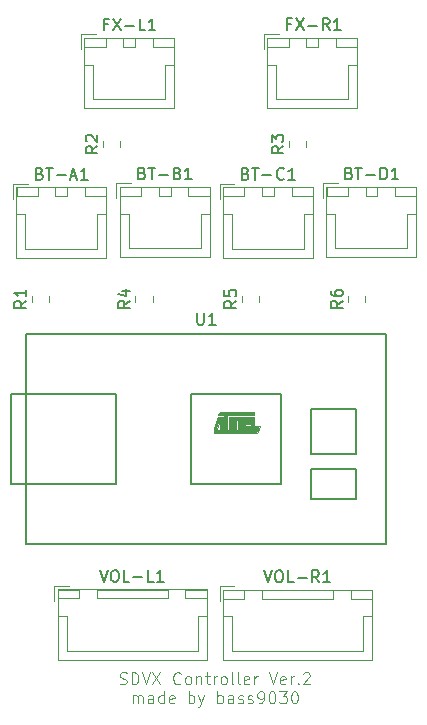
<source format=gbr>
%TF.GenerationSoftware,KiCad,Pcbnew,8.0.4*%
%TF.CreationDate,2024-08-04T23:06:54+09:00*%
%TF.ProjectId,sdvx,73647678-2e6b-4696-9361-645f70636258,rev?*%
%TF.SameCoordinates,Original*%
%TF.FileFunction,Legend,Top*%
%TF.FilePolarity,Positive*%
%FSLAX46Y46*%
G04 Gerber Fmt 4.6, Leading zero omitted, Abs format (unit mm)*
G04 Created by KiCad (PCBNEW 8.0.4) date 2024-08-04 23:06:54*
%MOMM*%
%LPD*%
G01*
G04 APERTURE LIST*
%ADD10C,0.100000*%
%ADD11C,0.150000*%
%ADD12C,0.120000*%
G04 APERTURE END LIST*
D10*
X135952379Y-120214856D02*
X136095236Y-120262475D01*
X136095236Y-120262475D02*
X136333331Y-120262475D01*
X136333331Y-120262475D02*
X136428569Y-120214856D01*
X136428569Y-120214856D02*
X136476188Y-120167236D01*
X136476188Y-120167236D02*
X136523807Y-120071998D01*
X136523807Y-120071998D02*
X136523807Y-119976760D01*
X136523807Y-119976760D02*
X136476188Y-119881522D01*
X136476188Y-119881522D02*
X136428569Y-119833903D01*
X136428569Y-119833903D02*
X136333331Y-119786284D01*
X136333331Y-119786284D02*
X136142855Y-119738665D01*
X136142855Y-119738665D02*
X136047617Y-119691046D01*
X136047617Y-119691046D02*
X135999998Y-119643427D01*
X135999998Y-119643427D02*
X135952379Y-119548189D01*
X135952379Y-119548189D02*
X135952379Y-119452951D01*
X135952379Y-119452951D02*
X135999998Y-119357713D01*
X135999998Y-119357713D02*
X136047617Y-119310094D01*
X136047617Y-119310094D02*
X136142855Y-119262475D01*
X136142855Y-119262475D02*
X136380950Y-119262475D01*
X136380950Y-119262475D02*
X136523807Y-119310094D01*
X136952379Y-120262475D02*
X136952379Y-119262475D01*
X136952379Y-119262475D02*
X137190474Y-119262475D01*
X137190474Y-119262475D02*
X137333331Y-119310094D01*
X137333331Y-119310094D02*
X137428569Y-119405332D01*
X137428569Y-119405332D02*
X137476188Y-119500570D01*
X137476188Y-119500570D02*
X137523807Y-119691046D01*
X137523807Y-119691046D02*
X137523807Y-119833903D01*
X137523807Y-119833903D02*
X137476188Y-120024379D01*
X137476188Y-120024379D02*
X137428569Y-120119617D01*
X137428569Y-120119617D02*
X137333331Y-120214856D01*
X137333331Y-120214856D02*
X137190474Y-120262475D01*
X137190474Y-120262475D02*
X136952379Y-120262475D01*
X137809522Y-119262475D02*
X138142855Y-120262475D01*
X138142855Y-120262475D02*
X138476188Y-119262475D01*
X138714284Y-119262475D02*
X139380950Y-120262475D01*
X139380950Y-119262475D02*
X138714284Y-120262475D01*
X141095236Y-120167236D02*
X141047617Y-120214856D01*
X141047617Y-120214856D02*
X140904760Y-120262475D01*
X140904760Y-120262475D02*
X140809522Y-120262475D01*
X140809522Y-120262475D02*
X140666665Y-120214856D01*
X140666665Y-120214856D02*
X140571427Y-120119617D01*
X140571427Y-120119617D02*
X140523808Y-120024379D01*
X140523808Y-120024379D02*
X140476189Y-119833903D01*
X140476189Y-119833903D02*
X140476189Y-119691046D01*
X140476189Y-119691046D02*
X140523808Y-119500570D01*
X140523808Y-119500570D02*
X140571427Y-119405332D01*
X140571427Y-119405332D02*
X140666665Y-119310094D01*
X140666665Y-119310094D02*
X140809522Y-119262475D01*
X140809522Y-119262475D02*
X140904760Y-119262475D01*
X140904760Y-119262475D02*
X141047617Y-119310094D01*
X141047617Y-119310094D02*
X141095236Y-119357713D01*
X141666665Y-120262475D02*
X141571427Y-120214856D01*
X141571427Y-120214856D02*
X141523808Y-120167236D01*
X141523808Y-120167236D02*
X141476189Y-120071998D01*
X141476189Y-120071998D02*
X141476189Y-119786284D01*
X141476189Y-119786284D02*
X141523808Y-119691046D01*
X141523808Y-119691046D02*
X141571427Y-119643427D01*
X141571427Y-119643427D02*
X141666665Y-119595808D01*
X141666665Y-119595808D02*
X141809522Y-119595808D01*
X141809522Y-119595808D02*
X141904760Y-119643427D01*
X141904760Y-119643427D02*
X141952379Y-119691046D01*
X141952379Y-119691046D02*
X141999998Y-119786284D01*
X141999998Y-119786284D02*
X141999998Y-120071998D01*
X141999998Y-120071998D02*
X141952379Y-120167236D01*
X141952379Y-120167236D02*
X141904760Y-120214856D01*
X141904760Y-120214856D02*
X141809522Y-120262475D01*
X141809522Y-120262475D02*
X141666665Y-120262475D01*
X142428570Y-119595808D02*
X142428570Y-120262475D01*
X142428570Y-119691046D02*
X142476189Y-119643427D01*
X142476189Y-119643427D02*
X142571427Y-119595808D01*
X142571427Y-119595808D02*
X142714284Y-119595808D01*
X142714284Y-119595808D02*
X142809522Y-119643427D01*
X142809522Y-119643427D02*
X142857141Y-119738665D01*
X142857141Y-119738665D02*
X142857141Y-120262475D01*
X143190475Y-119595808D02*
X143571427Y-119595808D01*
X143333332Y-119262475D02*
X143333332Y-120119617D01*
X143333332Y-120119617D02*
X143380951Y-120214856D01*
X143380951Y-120214856D02*
X143476189Y-120262475D01*
X143476189Y-120262475D02*
X143571427Y-120262475D01*
X143904761Y-120262475D02*
X143904761Y-119595808D01*
X143904761Y-119786284D02*
X143952380Y-119691046D01*
X143952380Y-119691046D02*
X143999999Y-119643427D01*
X143999999Y-119643427D02*
X144095237Y-119595808D01*
X144095237Y-119595808D02*
X144190475Y-119595808D01*
X144666666Y-120262475D02*
X144571428Y-120214856D01*
X144571428Y-120214856D02*
X144523809Y-120167236D01*
X144523809Y-120167236D02*
X144476190Y-120071998D01*
X144476190Y-120071998D02*
X144476190Y-119786284D01*
X144476190Y-119786284D02*
X144523809Y-119691046D01*
X144523809Y-119691046D02*
X144571428Y-119643427D01*
X144571428Y-119643427D02*
X144666666Y-119595808D01*
X144666666Y-119595808D02*
X144809523Y-119595808D01*
X144809523Y-119595808D02*
X144904761Y-119643427D01*
X144904761Y-119643427D02*
X144952380Y-119691046D01*
X144952380Y-119691046D02*
X144999999Y-119786284D01*
X144999999Y-119786284D02*
X144999999Y-120071998D01*
X144999999Y-120071998D02*
X144952380Y-120167236D01*
X144952380Y-120167236D02*
X144904761Y-120214856D01*
X144904761Y-120214856D02*
X144809523Y-120262475D01*
X144809523Y-120262475D02*
X144666666Y-120262475D01*
X145571428Y-120262475D02*
X145476190Y-120214856D01*
X145476190Y-120214856D02*
X145428571Y-120119617D01*
X145428571Y-120119617D02*
X145428571Y-119262475D01*
X146095238Y-120262475D02*
X146000000Y-120214856D01*
X146000000Y-120214856D02*
X145952381Y-120119617D01*
X145952381Y-120119617D02*
X145952381Y-119262475D01*
X146857143Y-120214856D02*
X146761905Y-120262475D01*
X146761905Y-120262475D02*
X146571429Y-120262475D01*
X146571429Y-120262475D02*
X146476191Y-120214856D01*
X146476191Y-120214856D02*
X146428572Y-120119617D01*
X146428572Y-120119617D02*
X146428572Y-119738665D01*
X146428572Y-119738665D02*
X146476191Y-119643427D01*
X146476191Y-119643427D02*
X146571429Y-119595808D01*
X146571429Y-119595808D02*
X146761905Y-119595808D01*
X146761905Y-119595808D02*
X146857143Y-119643427D01*
X146857143Y-119643427D02*
X146904762Y-119738665D01*
X146904762Y-119738665D02*
X146904762Y-119833903D01*
X146904762Y-119833903D02*
X146428572Y-119929141D01*
X147333334Y-120262475D02*
X147333334Y-119595808D01*
X147333334Y-119786284D02*
X147380953Y-119691046D01*
X147380953Y-119691046D02*
X147428572Y-119643427D01*
X147428572Y-119643427D02*
X147523810Y-119595808D01*
X147523810Y-119595808D02*
X147619048Y-119595808D01*
X148571430Y-119262475D02*
X148904763Y-120262475D01*
X148904763Y-120262475D02*
X149238096Y-119262475D01*
X149952382Y-120214856D02*
X149857144Y-120262475D01*
X149857144Y-120262475D02*
X149666668Y-120262475D01*
X149666668Y-120262475D02*
X149571430Y-120214856D01*
X149571430Y-120214856D02*
X149523811Y-120119617D01*
X149523811Y-120119617D02*
X149523811Y-119738665D01*
X149523811Y-119738665D02*
X149571430Y-119643427D01*
X149571430Y-119643427D02*
X149666668Y-119595808D01*
X149666668Y-119595808D02*
X149857144Y-119595808D01*
X149857144Y-119595808D02*
X149952382Y-119643427D01*
X149952382Y-119643427D02*
X150000001Y-119738665D01*
X150000001Y-119738665D02*
X150000001Y-119833903D01*
X150000001Y-119833903D02*
X149523811Y-119929141D01*
X150428573Y-120262475D02*
X150428573Y-119595808D01*
X150428573Y-119786284D02*
X150476192Y-119691046D01*
X150476192Y-119691046D02*
X150523811Y-119643427D01*
X150523811Y-119643427D02*
X150619049Y-119595808D01*
X150619049Y-119595808D02*
X150714287Y-119595808D01*
X151047621Y-120167236D02*
X151095240Y-120214856D01*
X151095240Y-120214856D02*
X151047621Y-120262475D01*
X151047621Y-120262475D02*
X151000002Y-120214856D01*
X151000002Y-120214856D02*
X151047621Y-120167236D01*
X151047621Y-120167236D02*
X151047621Y-120262475D01*
X151476192Y-119357713D02*
X151523811Y-119310094D01*
X151523811Y-119310094D02*
X151619049Y-119262475D01*
X151619049Y-119262475D02*
X151857144Y-119262475D01*
X151857144Y-119262475D02*
X151952382Y-119310094D01*
X151952382Y-119310094D02*
X152000001Y-119357713D01*
X152000001Y-119357713D02*
X152047620Y-119452951D01*
X152047620Y-119452951D02*
X152047620Y-119548189D01*
X152047620Y-119548189D02*
X152000001Y-119691046D01*
X152000001Y-119691046D02*
X151428573Y-120262475D01*
X151428573Y-120262475D02*
X152047620Y-120262475D01*
X137023809Y-121872419D02*
X137023809Y-121205752D01*
X137023809Y-121300990D02*
X137071428Y-121253371D01*
X137071428Y-121253371D02*
X137166666Y-121205752D01*
X137166666Y-121205752D02*
X137309523Y-121205752D01*
X137309523Y-121205752D02*
X137404761Y-121253371D01*
X137404761Y-121253371D02*
X137452380Y-121348609D01*
X137452380Y-121348609D02*
X137452380Y-121872419D01*
X137452380Y-121348609D02*
X137499999Y-121253371D01*
X137499999Y-121253371D02*
X137595237Y-121205752D01*
X137595237Y-121205752D02*
X137738094Y-121205752D01*
X137738094Y-121205752D02*
X137833333Y-121253371D01*
X137833333Y-121253371D02*
X137880952Y-121348609D01*
X137880952Y-121348609D02*
X137880952Y-121872419D01*
X138785713Y-121872419D02*
X138785713Y-121348609D01*
X138785713Y-121348609D02*
X138738094Y-121253371D01*
X138738094Y-121253371D02*
X138642856Y-121205752D01*
X138642856Y-121205752D02*
X138452380Y-121205752D01*
X138452380Y-121205752D02*
X138357142Y-121253371D01*
X138785713Y-121824800D02*
X138690475Y-121872419D01*
X138690475Y-121872419D02*
X138452380Y-121872419D01*
X138452380Y-121872419D02*
X138357142Y-121824800D01*
X138357142Y-121824800D02*
X138309523Y-121729561D01*
X138309523Y-121729561D02*
X138309523Y-121634323D01*
X138309523Y-121634323D02*
X138357142Y-121539085D01*
X138357142Y-121539085D02*
X138452380Y-121491466D01*
X138452380Y-121491466D02*
X138690475Y-121491466D01*
X138690475Y-121491466D02*
X138785713Y-121443847D01*
X139690475Y-121872419D02*
X139690475Y-120872419D01*
X139690475Y-121824800D02*
X139595237Y-121872419D01*
X139595237Y-121872419D02*
X139404761Y-121872419D01*
X139404761Y-121872419D02*
X139309523Y-121824800D01*
X139309523Y-121824800D02*
X139261904Y-121777180D01*
X139261904Y-121777180D02*
X139214285Y-121681942D01*
X139214285Y-121681942D02*
X139214285Y-121396228D01*
X139214285Y-121396228D02*
X139261904Y-121300990D01*
X139261904Y-121300990D02*
X139309523Y-121253371D01*
X139309523Y-121253371D02*
X139404761Y-121205752D01*
X139404761Y-121205752D02*
X139595237Y-121205752D01*
X139595237Y-121205752D02*
X139690475Y-121253371D01*
X140547618Y-121824800D02*
X140452380Y-121872419D01*
X140452380Y-121872419D02*
X140261904Y-121872419D01*
X140261904Y-121872419D02*
X140166666Y-121824800D01*
X140166666Y-121824800D02*
X140119047Y-121729561D01*
X140119047Y-121729561D02*
X140119047Y-121348609D01*
X140119047Y-121348609D02*
X140166666Y-121253371D01*
X140166666Y-121253371D02*
X140261904Y-121205752D01*
X140261904Y-121205752D02*
X140452380Y-121205752D01*
X140452380Y-121205752D02*
X140547618Y-121253371D01*
X140547618Y-121253371D02*
X140595237Y-121348609D01*
X140595237Y-121348609D02*
X140595237Y-121443847D01*
X140595237Y-121443847D02*
X140119047Y-121539085D01*
X141785714Y-121872419D02*
X141785714Y-120872419D01*
X141785714Y-121253371D02*
X141880952Y-121205752D01*
X141880952Y-121205752D02*
X142071428Y-121205752D01*
X142071428Y-121205752D02*
X142166666Y-121253371D01*
X142166666Y-121253371D02*
X142214285Y-121300990D01*
X142214285Y-121300990D02*
X142261904Y-121396228D01*
X142261904Y-121396228D02*
X142261904Y-121681942D01*
X142261904Y-121681942D02*
X142214285Y-121777180D01*
X142214285Y-121777180D02*
X142166666Y-121824800D01*
X142166666Y-121824800D02*
X142071428Y-121872419D01*
X142071428Y-121872419D02*
X141880952Y-121872419D01*
X141880952Y-121872419D02*
X141785714Y-121824800D01*
X142595238Y-121205752D02*
X142833333Y-121872419D01*
X143071428Y-121205752D02*
X142833333Y-121872419D01*
X142833333Y-121872419D02*
X142738095Y-122110514D01*
X142738095Y-122110514D02*
X142690476Y-122158133D01*
X142690476Y-122158133D02*
X142595238Y-122205752D01*
X144214286Y-121872419D02*
X144214286Y-120872419D01*
X144214286Y-121253371D02*
X144309524Y-121205752D01*
X144309524Y-121205752D02*
X144500000Y-121205752D01*
X144500000Y-121205752D02*
X144595238Y-121253371D01*
X144595238Y-121253371D02*
X144642857Y-121300990D01*
X144642857Y-121300990D02*
X144690476Y-121396228D01*
X144690476Y-121396228D02*
X144690476Y-121681942D01*
X144690476Y-121681942D02*
X144642857Y-121777180D01*
X144642857Y-121777180D02*
X144595238Y-121824800D01*
X144595238Y-121824800D02*
X144500000Y-121872419D01*
X144500000Y-121872419D02*
X144309524Y-121872419D01*
X144309524Y-121872419D02*
X144214286Y-121824800D01*
X145547619Y-121872419D02*
X145547619Y-121348609D01*
X145547619Y-121348609D02*
X145500000Y-121253371D01*
X145500000Y-121253371D02*
X145404762Y-121205752D01*
X145404762Y-121205752D02*
X145214286Y-121205752D01*
X145214286Y-121205752D02*
X145119048Y-121253371D01*
X145547619Y-121824800D02*
X145452381Y-121872419D01*
X145452381Y-121872419D02*
X145214286Y-121872419D01*
X145214286Y-121872419D02*
X145119048Y-121824800D01*
X145119048Y-121824800D02*
X145071429Y-121729561D01*
X145071429Y-121729561D02*
X145071429Y-121634323D01*
X145071429Y-121634323D02*
X145119048Y-121539085D01*
X145119048Y-121539085D02*
X145214286Y-121491466D01*
X145214286Y-121491466D02*
X145452381Y-121491466D01*
X145452381Y-121491466D02*
X145547619Y-121443847D01*
X145976191Y-121824800D02*
X146071429Y-121872419D01*
X146071429Y-121872419D02*
X146261905Y-121872419D01*
X146261905Y-121872419D02*
X146357143Y-121824800D01*
X146357143Y-121824800D02*
X146404762Y-121729561D01*
X146404762Y-121729561D02*
X146404762Y-121681942D01*
X146404762Y-121681942D02*
X146357143Y-121586704D01*
X146357143Y-121586704D02*
X146261905Y-121539085D01*
X146261905Y-121539085D02*
X146119048Y-121539085D01*
X146119048Y-121539085D02*
X146023810Y-121491466D01*
X146023810Y-121491466D02*
X145976191Y-121396228D01*
X145976191Y-121396228D02*
X145976191Y-121348609D01*
X145976191Y-121348609D02*
X146023810Y-121253371D01*
X146023810Y-121253371D02*
X146119048Y-121205752D01*
X146119048Y-121205752D02*
X146261905Y-121205752D01*
X146261905Y-121205752D02*
X146357143Y-121253371D01*
X146785715Y-121824800D02*
X146880953Y-121872419D01*
X146880953Y-121872419D02*
X147071429Y-121872419D01*
X147071429Y-121872419D02*
X147166667Y-121824800D01*
X147166667Y-121824800D02*
X147214286Y-121729561D01*
X147214286Y-121729561D02*
X147214286Y-121681942D01*
X147214286Y-121681942D02*
X147166667Y-121586704D01*
X147166667Y-121586704D02*
X147071429Y-121539085D01*
X147071429Y-121539085D02*
X146928572Y-121539085D01*
X146928572Y-121539085D02*
X146833334Y-121491466D01*
X146833334Y-121491466D02*
X146785715Y-121396228D01*
X146785715Y-121396228D02*
X146785715Y-121348609D01*
X146785715Y-121348609D02*
X146833334Y-121253371D01*
X146833334Y-121253371D02*
X146928572Y-121205752D01*
X146928572Y-121205752D02*
X147071429Y-121205752D01*
X147071429Y-121205752D02*
X147166667Y-121253371D01*
X147690477Y-121872419D02*
X147880953Y-121872419D01*
X147880953Y-121872419D02*
X147976191Y-121824800D01*
X147976191Y-121824800D02*
X148023810Y-121777180D01*
X148023810Y-121777180D02*
X148119048Y-121634323D01*
X148119048Y-121634323D02*
X148166667Y-121443847D01*
X148166667Y-121443847D02*
X148166667Y-121062895D01*
X148166667Y-121062895D02*
X148119048Y-120967657D01*
X148119048Y-120967657D02*
X148071429Y-120920038D01*
X148071429Y-120920038D02*
X147976191Y-120872419D01*
X147976191Y-120872419D02*
X147785715Y-120872419D01*
X147785715Y-120872419D02*
X147690477Y-120920038D01*
X147690477Y-120920038D02*
X147642858Y-120967657D01*
X147642858Y-120967657D02*
X147595239Y-121062895D01*
X147595239Y-121062895D02*
X147595239Y-121300990D01*
X147595239Y-121300990D02*
X147642858Y-121396228D01*
X147642858Y-121396228D02*
X147690477Y-121443847D01*
X147690477Y-121443847D02*
X147785715Y-121491466D01*
X147785715Y-121491466D02*
X147976191Y-121491466D01*
X147976191Y-121491466D02*
X148071429Y-121443847D01*
X148071429Y-121443847D02*
X148119048Y-121396228D01*
X148119048Y-121396228D02*
X148166667Y-121300990D01*
X148785715Y-120872419D02*
X148880953Y-120872419D01*
X148880953Y-120872419D02*
X148976191Y-120920038D01*
X148976191Y-120920038D02*
X149023810Y-120967657D01*
X149023810Y-120967657D02*
X149071429Y-121062895D01*
X149071429Y-121062895D02*
X149119048Y-121253371D01*
X149119048Y-121253371D02*
X149119048Y-121491466D01*
X149119048Y-121491466D02*
X149071429Y-121681942D01*
X149071429Y-121681942D02*
X149023810Y-121777180D01*
X149023810Y-121777180D02*
X148976191Y-121824800D01*
X148976191Y-121824800D02*
X148880953Y-121872419D01*
X148880953Y-121872419D02*
X148785715Y-121872419D01*
X148785715Y-121872419D02*
X148690477Y-121824800D01*
X148690477Y-121824800D02*
X148642858Y-121777180D01*
X148642858Y-121777180D02*
X148595239Y-121681942D01*
X148595239Y-121681942D02*
X148547620Y-121491466D01*
X148547620Y-121491466D02*
X148547620Y-121253371D01*
X148547620Y-121253371D02*
X148595239Y-121062895D01*
X148595239Y-121062895D02*
X148642858Y-120967657D01*
X148642858Y-120967657D02*
X148690477Y-120920038D01*
X148690477Y-120920038D02*
X148785715Y-120872419D01*
X149452382Y-120872419D02*
X150071429Y-120872419D01*
X150071429Y-120872419D02*
X149738096Y-121253371D01*
X149738096Y-121253371D02*
X149880953Y-121253371D01*
X149880953Y-121253371D02*
X149976191Y-121300990D01*
X149976191Y-121300990D02*
X150023810Y-121348609D01*
X150023810Y-121348609D02*
X150071429Y-121443847D01*
X150071429Y-121443847D02*
X150071429Y-121681942D01*
X150071429Y-121681942D02*
X150023810Y-121777180D01*
X150023810Y-121777180D02*
X149976191Y-121824800D01*
X149976191Y-121824800D02*
X149880953Y-121872419D01*
X149880953Y-121872419D02*
X149595239Y-121872419D01*
X149595239Y-121872419D02*
X149500001Y-121824800D01*
X149500001Y-121824800D02*
X149452382Y-121777180D01*
X150690477Y-120872419D02*
X150785715Y-120872419D01*
X150785715Y-120872419D02*
X150880953Y-120920038D01*
X150880953Y-120920038D02*
X150928572Y-120967657D01*
X150928572Y-120967657D02*
X150976191Y-121062895D01*
X150976191Y-121062895D02*
X151023810Y-121253371D01*
X151023810Y-121253371D02*
X151023810Y-121491466D01*
X151023810Y-121491466D02*
X150976191Y-121681942D01*
X150976191Y-121681942D02*
X150928572Y-121777180D01*
X150928572Y-121777180D02*
X150880953Y-121824800D01*
X150880953Y-121824800D02*
X150785715Y-121872419D01*
X150785715Y-121872419D02*
X150690477Y-121872419D01*
X150690477Y-121872419D02*
X150595239Y-121824800D01*
X150595239Y-121824800D02*
X150547620Y-121777180D01*
X150547620Y-121777180D02*
X150500001Y-121681942D01*
X150500001Y-121681942D02*
X150452382Y-121491466D01*
X150452382Y-121491466D02*
X150452382Y-121253371D01*
X150452382Y-121253371D02*
X150500001Y-121062895D01*
X150500001Y-121062895D02*
X150547620Y-120967657D01*
X150547620Y-120967657D02*
X150595239Y-120920038D01*
X150595239Y-120920038D02*
X150690477Y-120872419D01*
D11*
X149804819Y-74691666D02*
X149328628Y-75024999D01*
X149804819Y-75263094D02*
X148804819Y-75263094D01*
X148804819Y-75263094D02*
X148804819Y-74882142D01*
X148804819Y-74882142D02*
X148852438Y-74786904D01*
X148852438Y-74786904D02*
X148900057Y-74739285D01*
X148900057Y-74739285D02*
X148995295Y-74691666D01*
X148995295Y-74691666D02*
X149138152Y-74691666D01*
X149138152Y-74691666D02*
X149233390Y-74739285D01*
X149233390Y-74739285D02*
X149281009Y-74786904D01*
X149281009Y-74786904D02*
X149328628Y-74882142D01*
X149328628Y-74882142D02*
X149328628Y-75263094D01*
X148804819Y-74358332D02*
X148804819Y-73739285D01*
X148804819Y-73739285D02*
X149185771Y-74072618D01*
X149185771Y-74072618D02*
X149185771Y-73929761D01*
X149185771Y-73929761D02*
X149233390Y-73834523D01*
X149233390Y-73834523D02*
X149281009Y-73786904D01*
X149281009Y-73786904D02*
X149376247Y-73739285D01*
X149376247Y-73739285D02*
X149614342Y-73739285D01*
X149614342Y-73739285D02*
X149709580Y-73786904D01*
X149709580Y-73786904D02*
X149757200Y-73834523D01*
X149757200Y-73834523D02*
X149804819Y-73929761D01*
X149804819Y-73929761D02*
X149804819Y-74215475D01*
X149804819Y-74215475D02*
X149757200Y-74310713D01*
X149757200Y-74310713D02*
X149709580Y-74358332D01*
X150421428Y-64356009D02*
X150088095Y-64356009D01*
X150088095Y-64879819D02*
X150088095Y-63879819D01*
X150088095Y-63879819D02*
X150564285Y-63879819D01*
X150850000Y-63879819D02*
X151516666Y-64879819D01*
X151516666Y-63879819D02*
X150850000Y-64879819D01*
X151897619Y-64498866D02*
X152659524Y-64498866D01*
X153707142Y-64879819D02*
X153373809Y-64403628D01*
X153135714Y-64879819D02*
X153135714Y-63879819D01*
X153135714Y-63879819D02*
X153516666Y-63879819D01*
X153516666Y-63879819D02*
X153611904Y-63927438D01*
X153611904Y-63927438D02*
X153659523Y-63975057D01*
X153659523Y-63975057D02*
X153707142Y-64070295D01*
X153707142Y-64070295D02*
X153707142Y-64213152D01*
X153707142Y-64213152D02*
X153659523Y-64308390D01*
X153659523Y-64308390D02*
X153611904Y-64356009D01*
X153611904Y-64356009D02*
X153516666Y-64403628D01*
X153516666Y-64403628D02*
X153135714Y-64403628D01*
X154659523Y-64879819D02*
X154088095Y-64879819D01*
X154373809Y-64879819D02*
X154373809Y-63879819D01*
X154373809Y-63879819D02*
X154278571Y-64022676D01*
X154278571Y-64022676D02*
X154183333Y-64117914D01*
X154183333Y-64117914D02*
X154088095Y-64165533D01*
X154804819Y-87811666D02*
X154328628Y-88144999D01*
X154804819Y-88383094D02*
X153804819Y-88383094D01*
X153804819Y-88383094D02*
X153804819Y-88002142D01*
X153804819Y-88002142D02*
X153852438Y-87906904D01*
X153852438Y-87906904D02*
X153900057Y-87859285D01*
X153900057Y-87859285D02*
X153995295Y-87811666D01*
X153995295Y-87811666D02*
X154138152Y-87811666D01*
X154138152Y-87811666D02*
X154233390Y-87859285D01*
X154233390Y-87859285D02*
X154281009Y-87906904D01*
X154281009Y-87906904D02*
X154328628Y-88002142D01*
X154328628Y-88002142D02*
X154328628Y-88383094D01*
X153804819Y-86954523D02*
X153804819Y-87144999D01*
X153804819Y-87144999D02*
X153852438Y-87240237D01*
X153852438Y-87240237D02*
X153900057Y-87287856D01*
X153900057Y-87287856D02*
X154042914Y-87383094D01*
X154042914Y-87383094D02*
X154233390Y-87430713D01*
X154233390Y-87430713D02*
X154614342Y-87430713D01*
X154614342Y-87430713D02*
X154709580Y-87383094D01*
X154709580Y-87383094D02*
X154757200Y-87335475D01*
X154757200Y-87335475D02*
X154804819Y-87240237D01*
X154804819Y-87240237D02*
X154804819Y-87049761D01*
X154804819Y-87049761D02*
X154757200Y-86954523D01*
X154757200Y-86954523D02*
X154709580Y-86906904D01*
X154709580Y-86906904D02*
X154614342Y-86859285D01*
X154614342Y-86859285D02*
X154376247Y-86859285D01*
X154376247Y-86859285D02*
X154281009Y-86906904D01*
X154281009Y-86906904D02*
X154233390Y-86954523D01*
X154233390Y-86954523D02*
X154185771Y-87049761D01*
X154185771Y-87049761D02*
X154185771Y-87240237D01*
X154185771Y-87240237D02*
X154233390Y-87335475D01*
X154233390Y-87335475D02*
X154281009Y-87383094D01*
X154281009Y-87383094D02*
X154376247Y-87430713D01*
X134054819Y-74691666D02*
X133578628Y-75024999D01*
X134054819Y-75263094D02*
X133054819Y-75263094D01*
X133054819Y-75263094D02*
X133054819Y-74882142D01*
X133054819Y-74882142D02*
X133102438Y-74786904D01*
X133102438Y-74786904D02*
X133150057Y-74739285D01*
X133150057Y-74739285D02*
X133245295Y-74691666D01*
X133245295Y-74691666D02*
X133388152Y-74691666D01*
X133388152Y-74691666D02*
X133483390Y-74739285D01*
X133483390Y-74739285D02*
X133531009Y-74786904D01*
X133531009Y-74786904D02*
X133578628Y-74882142D01*
X133578628Y-74882142D02*
X133578628Y-75263094D01*
X133150057Y-74310713D02*
X133102438Y-74263094D01*
X133102438Y-74263094D02*
X133054819Y-74167856D01*
X133054819Y-74167856D02*
X133054819Y-73929761D01*
X133054819Y-73929761D02*
X133102438Y-73834523D01*
X133102438Y-73834523D02*
X133150057Y-73786904D01*
X133150057Y-73786904D02*
X133245295Y-73739285D01*
X133245295Y-73739285D02*
X133340533Y-73739285D01*
X133340533Y-73739285D02*
X133483390Y-73786904D01*
X133483390Y-73786904D02*
X134054819Y-74358332D01*
X134054819Y-74358332D02*
X134054819Y-73739285D01*
X134916666Y-64381009D02*
X134583333Y-64381009D01*
X134583333Y-64904819D02*
X134583333Y-63904819D01*
X134583333Y-63904819D02*
X135059523Y-63904819D01*
X135345238Y-63904819D02*
X136011904Y-64904819D01*
X136011904Y-63904819D02*
X135345238Y-64904819D01*
X136392857Y-64523866D02*
X137154762Y-64523866D01*
X138107142Y-64904819D02*
X137630952Y-64904819D01*
X137630952Y-64904819D02*
X137630952Y-63904819D01*
X138964285Y-64904819D02*
X138392857Y-64904819D01*
X138678571Y-64904819D02*
X138678571Y-63904819D01*
X138678571Y-63904819D02*
X138583333Y-64047676D01*
X138583333Y-64047676D02*
X138488095Y-64142914D01*
X138488095Y-64142914D02*
X138392857Y-64190533D01*
X128024819Y-87811666D02*
X127548628Y-88144999D01*
X128024819Y-88383094D02*
X127024819Y-88383094D01*
X127024819Y-88383094D02*
X127024819Y-88002142D01*
X127024819Y-88002142D02*
X127072438Y-87906904D01*
X127072438Y-87906904D02*
X127120057Y-87859285D01*
X127120057Y-87859285D02*
X127215295Y-87811666D01*
X127215295Y-87811666D02*
X127358152Y-87811666D01*
X127358152Y-87811666D02*
X127453390Y-87859285D01*
X127453390Y-87859285D02*
X127501009Y-87906904D01*
X127501009Y-87906904D02*
X127548628Y-88002142D01*
X127548628Y-88002142D02*
X127548628Y-88383094D01*
X128024819Y-86859285D02*
X128024819Y-87430713D01*
X128024819Y-87144999D02*
X127024819Y-87144999D01*
X127024819Y-87144999D02*
X127167676Y-87240237D01*
X127167676Y-87240237D02*
X127262914Y-87335475D01*
X127262914Y-87335475D02*
X127310533Y-87430713D01*
X136804819Y-87811666D02*
X136328628Y-88144999D01*
X136804819Y-88383094D02*
X135804819Y-88383094D01*
X135804819Y-88383094D02*
X135804819Y-88002142D01*
X135804819Y-88002142D02*
X135852438Y-87906904D01*
X135852438Y-87906904D02*
X135900057Y-87859285D01*
X135900057Y-87859285D02*
X135995295Y-87811666D01*
X135995295Y-87811666D02*
X136138152Y-87811666D01*
X136138152Y-87811666D02*
X136233390Y-87859285D01*
X136233390Y-87859285D02*
X136281009Y-87906904D01*
X136281009Y-87906904D02*
X136328628Y-88002142D01*
X136328628Y-88002142D02*
X136328628Y-88383094D01*
X136138152Y-86954523D02*
X136804819Y-86954523D01*
X135757200Y-87192618D02*
X136471485Y-87430713D01*
X136471485Y-87430713D02*
X136471485Y-86811666D01*
X148142857Y-110629819D02*
X148476190Y-111629819D01*
X148476190Y-111629819D02*
X148809523Y-110629819D01*
X149333333Y-110629819D02*
X149523809Y-110629819D01*
X149523809Y-110629819D02*
X149619047Y-110677438D01*
X149619047Y-110677438D02*
X149714285Y-110772676D01*
X149714285Y-110772676D02*
X149761904Y-110963152D01*
X149761904Y-110963152D02*
X149761904Y-111296485D01*
X149761904Y-111296485D02*
X149714285Y-111486961D01*
X149714285Y-111486961D02*
X149619047Y-111582200D01*
X149619047Y-111582200D02*
X149523809Y-111629819D01*
X149523809Y-111629819D02*
X149333333Y-111629819D01*
X149333333Y-111629819D02*
X149238095Y-111582200D01*
X149238095Y-111582200D02*
X149142857Y-111486961D01*
X149142857Y-111486961D02*
X149095238Y-111296485D01*
X149095238Y-111296485D02*
X149095238Y-110963152D01*
X149095238Y-110963152D02*
X149142857Y-110772676D01*
X149142857Y-110772676D02*
X149238095Y-110677438D01*
X149238095Y-110677438D02*
X149333333Y-110629819D01*
X150666666Y-111629819D02*
X150190476Y-111629819D01*
X150190476Y-111629819D02*
X150190476Y-110629819D01*
X151000000Y-111248866D02*
X151761905Y-111248866D01*
X152809523Y-111629819D02*
X152476190Y-111153628D01*
X152238095Y-111629819D02*
X152238095Y-110629819D01*
X152238095Y-110629819D02*
X152619047Y-110629819D01*
X152619047Y-110629819D02*
X152714285Y-110677438D01*
X152714285Y-110677438D02*
X152761904Y-110725057D01*
X152761904Y-110725057D02*
X152809523Y-110820295D01*
X152809523Y-110820295D02*
X152809523Y-110963152D01*
X152809523Y-110963152D02*
X152761904Y-111058390D01*
X152761904Y-111058390D02*
X152714285Y-111106009D01*
X152714285Y-111106009D02*
X152619047Y-111153628D01*
X152619047Y-111153628D02*
X152238095Y-111153628D01*
X153761904Y-111629819D02*
X153190476Y-111629819D01*
X153476190Y-111629819D02*
X153476190Y-110629819D01*
X153476190Y-110629819D02*
X153380952Y-110772676D01*
X153380952Y-110772676D02*
X153285714Y-110867914D01*
X153285714Y-110867914D02*
X153190476Y-110915533D01*
X146595238Y-77026009D02*
X146738095Y-77073628D01*
X146738095Y-77073628D02*
X146785714Y-77121247D01*
X146785714Y-77121247D02*
X146833333Y-77216485D01*
X146833333Y-77216485D02*
X146833333Y-77359342D01*
X146833333Y-77359342D02*
X146785714Y-77454580D01*
X146785714Y-77454580D02*
X146738095Y-77502200D01*
X146738095Y-77502200D02*
X146642857Y-77549819D01*
X146642857Y-77549819D02*
X146261905Y-77549819D01*
X146261905Y-77549819D02*
X146261905Y-76549819D01*
X146261905Y-76549819D02*
X146595238Y-76549819D01*
X146595238Y-76549819D02*
X146690476Y-76597438D01*
X146690476Y-76597438D02*
X146738095Y-76645057D01*
X146738095Y-76645057D02*
X146785714Y-76740295D01*
X146785714Y-76740295D02*
X146785714Y-76835533D01*
X146785714Y-76835533D02*
X146738095Y-76930771D01*
X146738095Y-76930771D02*
X146690476Y-76978390D01*
X146690476Y-76978390D02*
X146595238Y-77026009D01*
X146595238Y-77026009D02*
X146261905Y-77026009D01*
X147119048Y-76549819D02*
X147690476Y-76549819D01*
X147404762Y-77549819D02*
X147404762Y-76549819D01*
X148023810Y-77168866D02*
X148785715Y-77168866D01*
X149833333Y-77454580D02*
X149785714Y-77502200D01*
X149785714Y-77502200D02*
X149642857Y-77549819D01*
X149642857Y-77549819D02*
X149547619Y-77549819D01*
X149547619Y-77549819D02*
X149404762Y-77502200D01*
X149404762Y-77502200D02*
X149309524Y-77406961D01*
X149309524Y-77406961D02*
X149261905Y-77311723D01*
X149261905Y-77311723D02*
X149214286Y-77121247D01*
X149214286Y-77121247D02*
X149214286Y-76978390D01*
X149214286Y-76978390D02*
X149261905Y-76787914D01*
X149261905Y-76787914D02*
X149309524Y-76692676D01*
X149309524Y-76692676D02*
X149404762Y-76597438D01*
X149404762Y-76597438D02*
X149547619Y-76549819D01*
X149547619Y-76549819D02*
X149642857Y-76549819D01*
X149642857Y-76549819D02*
X149785714Y-76597438D01*
X149785714Y-76597438D02*
X149833333Y-76645057D01*
X150785714Y-77549819D02*
X150214286Y-77549819D01*
X150500000Y-77549819D02*
X150500000Y-76549819D01*
X150500000Y-76549819D02*
X150404762Y-76692676D01*
X150404762Y-76692676D02*
X150309524Y-76787914D01*
X150309524Y-76787914D02*
X150214286Y-76835533D01*
X129166666Y-77026009D02*
X129309523Y-77073628D01*
X129309523Y-77073628D02*
X129357142Y-77121247D01*
X129357142Y-77121247D02*
X129404761Y-77216485D01*
X129404761Y-77216485D02*
X129404761Y-77359342D01*
X129404761Y-77359342D02*
X129357142Y-77454580D01*
X129357142Y-77454580D02*
X129309523Y-77502200D01*
X129309523Y-77502200D02*
X129214285Y-77549819D01*
X129214285Y-77549819D02*
X128833333Y-77549819D01*
X128833333Y-77549819D02*
X128833333Y-76549819D01*
X128833333Y-76549819D02*
X129166666Y-76549819D01*
X129166666Y-76549819D02*
X129261904Y-76597438D01*
X129261904Y-76597438D02*
X129309523Y-76645057D01*
X129309523Y-76645057D02*
X129357142Y-76740295D01*
X129357142Y-76740295D02*
X129357142Y-76835533D01*
X129357142Y-76835533D02*
X129309523Y-76930771D01*
X129309523Y-76930771D02*
X129261904Y-76978390D01*
X129261904Y-76978390D02*
X129166666Y-77026009D01*
X129166666Y-77026009D02*
X128833333Y-77026009D01*
X129690476Y-76549819D02*
X130261904Y-76549819D01*
X129976190Y-77549819D02*
X129976190Y-76549819D01*
X130595238Y-77168866D02*
X131357143Y-77168866D01*
X131785714Y-77264104D02*
X132261904Y-77264104D01*
X131690476Y-77549819D02*
X132023809Y-76549819D01*
X132023809Y-76549819D02*
X132357142Y-77549819D01*
X133214285Y-77549819D02*
X132642857Y-77549819D01*
X132928571Y-77549819D02*
X132928571Y-76549819D01*
X132928571Y-76549819D02*
X132833333Y-76692676D01*
X132833333Y-76692676D02*
X132738095Y-76787914D01*
X132738095Y-76787914D02*
X132642857Y-76835533D01*
X137845238Y-77001009D02*
X137988095Y-77048628D01*
X137988095Y-77048628D02*
X138035714Y-77096247D01*
X138035714Y-77096247D02*
X138083333Y-77191485D01*
X138083333Y-77191485D02*
X138083333Y-77334342D01*
X138083333Y-77334342D02*
X138035714Y-77429580D01*
X138035714Y-77429580D02*
X137988095Y-77477200D01*
X137988095Y-77477200D02*
X137892857Y-77524819D01*
X137892857Y-77524819D02*
X137511905Y-77524819D01*
X137511905Y-77524819D02*
X137511905Y-76524819D01*
X137511905Y-76524819D02*
X137845238Y-76524819D01*
X137845238Y-76524819D02*
X137940476Y-76572438D01*
X137940476Y-76572438D02*
X137988095Y-76620057D01*
X137988095Y-76620057D02*
X138035714Y-76715295D01*
X138035714Y-76715295D02*
X138035714Y-76810533D01*
X138035714Y-76810533D02*
X137988095Y-76905771D01*
X137988095Y-76905771D02*
X137940476Y-76953390D01*
X137940476Y-76953390D02*
X137845238Y-77001009D01*
X137845238Y-77001009D02*
X137511905Y-77001009D01*
X138369048Y-76524819D02*
X138940476Y-76524819D01*
X138654762Y-77524819D02*
X138654762Y-76524819D01*
X139273810Y-77143866D02*
X140035715Y-77143866D01*
X140845238Y-77001009D02*
X140988095Y-77048628D01*
X140988095Y-77048628D02*
X141035714Y-77096247D01*
X141035714Y-77096247D02*
X141083333Y-77191485D01*
X141083333Y-77191485D02*
X141083333Y-77334342D01*
X141083333Y-77334342D02*
X141035714Y-77429580D01*
X141035714Y-77429580D02*
X140988095Y-77477200D01*
X140988095Y-77477200D02*
X140892857Y-77524819D01*
X140892857Y-77524819D02*
X140511905Y-77524819D01*
X140511905Y-77524819D02*
X140511905Y-76524819D01*
X140511905Y-76524819D02*
X140845238Y-76524819D01*
X140845238Y-76524819D02*
X140940476Y-76572438D01*
X140940476Y-76572438D02*
X140988095Y-76620057D01*
X140988095Y-76620057D02*
X141035714Y-76715295D01*
X141035714Y-76715295D02*
X141035714Y-76810533D01*
X141035714Y-76810533D02*
X140988095Y-76905771D01*
X140988095Y-76905771D02*
X140940476Y-76953390D01*
X140940476Y-76953390D02*
X140845238Y-77001009D01*
X140845238Y-77001009D02*
X140511905Y-77001009D01*
X142035714Y-77524819D02*
X141464286Y-77524819D01*
X141750000Y-77524819D02*
X141750000Y-76524819D01*
X141750000Y-76524819D02*
X141654762Y-76667676D01*
X141654762Y-76667676D02*
X141559524Y-76762914D01*
X141559524Y-76762914D02*
X141464286Y-76810533D01*
X155345238Y-77001009D02*
X155488095Y-77048628D01*
X155488095Y-77048628D02*
X155535714Y-77096247D01*
X155535714Y-77096247D02*
X155583333Y-77191485D01*
X155583333Y-77191485D02*
X155583333Y-77334342D01*
X155583333Y-77334342D02*
X155535714Y-77429580D01*
X155535714Y-77429580D02*
X155488095Y-77477200D01*
X155488095Y-77477200D02*
X155392857Y-77524819D01*
X155392857Y-77524819D02*
X155011905Y-77524819D01*
X155011905Y-77524819D02*
X155011905Y-76524819D01*
X155011905Y-76524819D02*
X155345238Y-76524819D01*
X155345238Y-76524819D02*
X155440476Y-76572438D01*
X155440476Y-76572438D02*
X155488095Y-76620057D01*
X155488095Y-76620057D02*
X155535714Y-76715295D01*
X155535714Y-76715295D02*
X155535714Y-76810533D01*
X155535714Y-76810533D02*
X155488095Y-76905771D01*
X155488095Y-76905771D02*
X155440476Y-76953390D01*
X155440476Y-76953390D02*
X155345238Y-77001009D01*
X155345238Y-77001009D02*
X155011905Y-77001009D01*
X155869048Y-76524819D02*
X156440476Y-76524819D01*
X156154762Y-77524819D02*
X156154762Y-76524819D01*
X156773810Y-77143866D02*
X157535715Y-77143866D01*
X158011905Y-77524819D02*
X158011905Y-76524819D01*
X158011905Y-76524819D02*
X158250000Y-76524819D01*
X158250000Y-76524819D02*
X158392857Y-76572438D01*
X158392857Y-76572438D02*
X158488095Y-76667676D01*
X158488095Y-76667676D02*
X158535714Y-76762914D01*
X158535714Y-76762914D02*
X158583333Y-76953390D01*
X158583333Y-76953390D02*
X158583333Y-77096247D01*
X158583333Y-77096247D02*
X158535714Y-77286723D01*
X158535714Y-77286723D02*
X158488095Y-77381961D01*
X158488095Y-77381961D02*
X158392857Y-77477200D01*
X158392857Y-77477200D02*
X158250000Y-77524819D01*
X158250000Y-77524819D02*
X158011905Y-77524819D01*
X159535714Y-77524819D02*
X158964286Y-77524819D01*
X159250000Y-77524819D02*
X159250000Y-76524819D01*
X159250000Y-76524819D02*
X159154762Y-76667676D01*
X159154762Y-76667676D02*
X159059524Y-76762914D01*
X159059524Y-76762914D02*
X158964286Y-76810533D01*
X134238095Y-110604819D02*
X134571428Y-111604819D01*
X134571428Y-111604819D02*
X134904761Y-110604819D01*
X135428571Y-110604819D02*
X135619047Y-110604819D01*
X135619047Y-110604819D02*
X135714285Y-110652438D01*
X135714285Y-110652438D02*
X135809523Y-110747676D01*
X135809523Y-110747676D02*
X135857142Y-110938152D01*
X135857142Y-110938152D02*
X135857142Y-111271485D01*
X135857142Y-111271485D02*
X135809523Y-111461961D01*
X135809523Y-111461961D02*
X135714285Y-111557200D01*
X135714285Y-111557200D02*
X135619047Y-111604819D01*
X135619047Y-111604819D02*
X135428571Y-111604819D01*
X135428571Y-111604819D02*
X135333333Y-111557200D01*
X135333333Y-111557200D02*
X135238095Y-111461961D01*
X135238095Y-111461961D02*
X135190476Y-111271485D01*
X135190476Y-111271485D02*
X135190476Y-110938152D01*
X135190476Y-110938152D02*
X135238095Y-110747676D01*
X135238095Y-110747676D02*
X135333333Y-110652438D01*
X135333333Y-110652438D02*
X135428571Y-110604819D01*
X136761904Y-111604819D02*
X136285714Y-111604819D01*
X136285714Y-111604819D02*
X136285714Y-110604819D01*
X137095238Y-111223866D02*
X137857143Y-111223866D01*
X138809523Y-111604819D02*
X138333333Y-111604819D01*
X138333333Y-111604819D02*
X138333333Y-110604819D01*
X139666666Y-111604819D02*
X139095238Y-111604819D01*
X139380952Y-111604819D02*
X139380952Y-110604819D01*
X139380952Y-110604819D02*
X139285714Y-110747676D01*
X139285714Y-110747676D02*
X139190476Y-110842914D01*
X139190476Y-110842914D02*
X139095238Y-110890533D01*
X142488095Y-88819819D02*
X142488095Y-89629342D01*
X142488095Y-89629342D02*
X142535714Y-89724580D01*
X142535714Y-89724580D02*
X142583333Y-89772200D01*
X142583333Y-89772200D02*
X142678571Y-89819819D01*
X142678571Y-89819819D02*
X142869047Y-89819819D01*
X142869047Y-89819819D02*
X142964285Y-89772200D01*
X142964285Y-89772200D02*
X143011904Y-89724580D01*
X143011904Y-89724580D02*
X143059523Y-89629342D01*
X143059523Y-89629342D02*
X143059523Y-88819819D01*
X144059523Y-89819819D02*
X143488095Y-89819819D01*
X143773809Y-89819819D02*
X143773809Y-88819819D01*
X143773809Y-88819819D02*
X143678571Y-88962676D01*
X143678571Y-88962676D02*
X143583333Y-89057914D01*
X143583333Y-89057914D02*
X143488095Y-89105533D01*
X145804819Y-87811666D02*
X145328628Y-88144999D01*
X145804819Y-88383094D02*
X144804819Y-88383094D01*
X144804819Y-88383094D02*
X144804819Y-88002142D01*
X144804819Y-88002142D02*
X144852438Y-87906904D01*
X144852438Y-87906904D02*
X144900057Y-87859285D01*
X144900057Y-87859285D02*
X144995295Y-87811666D01*
X144995295Y-87811666D02*
X145138152Y-87811666D01*
X145138152Y-87811666D02*
X145233390Y-87859285D01*
X145233390Y-87859285D02*
X145281009Y-87906904D01*
X145281009Y-87906904D02*
X145328628Y-88002142D01*
X145328628Y-88002142D02*
X145328628Y-88383094D01*
X144804819Y-86906904D02*
X144804819Y-87383094D01*
X144804819Y-87383094D02*
X145281009Y-87430713D01*
X145281009Y-87430713D02*
X145233390Y-87383094D01*
X145233390Y-87383094D02*
X145185771Y-87287856D01*
X145185771Y-87287856D02*
X145185771Y-87049761D01*
X145185771Y-87049761D02*
X145233390Y-86954523D01*
X145233390Y-86954523D02*
X145281009Y-86906904D01*
X145281009Y-86906904D02*
X145376247Y-86859285D01*
X145376247Y-86859285D02*
X145614342Y-86859285D01*
X145614342Y-86859285D02*
X145709580Y-86906904D01*
X145709580Y-86906904D02*
X145757200Y-86954523D01*
X145757200Y-86954523D02*
X145804819Y-87049761D01*
X145804819Y-87049761D02*
X145804819Y-87287856D01*
X145804819Y-87287856D02*
X145757200Y-87383094D01*
X145757200Y-87383094D02*
X145709580Y-87430713D01*
D12*
%TO.C,R3*%
X150265000Y-74752064D02*
X150265000Y-74297936D01*
X151735000Y-74752064D02*
X151735000Y-74297936D01*
%TO.C,FX-R1*%
X148150000Y-65250000D02*
X148150000Y-66500000D01*
X148440000Y-65540000D02*
X148440000Y-71510000D01*
X148440000Y-71510000D02*
X156060000Y-71510000D01*
X148450000Y-65550000D02*
X148450000Y-66300000D01*
X148450000Y-66300000D02*
X150250000Y-66300000D01*
X148450000Y-67800000D02*
X149200000Y-67800000D01*
X149200000Y-67800000D02*
X149200000Y-70750000D01*
X149200000Y-70750000D02*
X152250000Y-70750000D01*
X149400000Y-65250000D02*
X148150000Y-65250000D01*
X150250000Y-65550000D02*
X148450000Y-65550000D01*
X150250000Y-66300000D02*
X150250000Y-65550000D01*
X151750000Y-65550000D02*
X151750000Y-66300000D01*
X151750000Y-66300000D02*
X152750000Y-66300000D01*
X152750000Y-65550000D02*
X151750000Y-65550000D01*
X152750000Y-66300000D02*
X152750000Y-65550000D01*
X154250000Y-65550000D02*
X154250000Y-66300000D01*
X154250000Y-66300000D02*
X156050000Y-66300000D01*
X155300000Y-67800000D02*
X155300000Y-70750000D01*
X155300000Y-70750000D02*
X152250000Y-70750000D01*
X156050000Y-65550000D02*
X154250000Y-65550000D01*
X156050000Y-66300000D02*
X156050000Y-65550000D01*
X156050000Y-67800000D02*
X155300000Y-67800000D01*
X156060000Y-65540000D02*
X148440000Y-65540000D01*
X156060000Y-71510000D02*
X156060000Y-65540000D01*
%TO.C,R6*%
X155265000Y-87872064D02*
X155265000Y-87417936D01*
X156735000Y-87872064D02*
X156735000Y-87417936D01*
%TO.C,R2*%
X134515000Y-74752064D02*
X134515000Y-74297936D01*
X135985000Y-74752064D02*
X135985000Y-74297936D01*
%TO.C,FX-L1*%
X132650000Y-65250000D02*
X132650000Y-66500000D01*
X132940000Y-65540000D02*
X132940000Y-71510000D01*
X132940000Y-71510000D02*
X140560000Y-71510000D01*
X132950000Y-65550000D02*
X132950000Y-66300000D01*
X132950000Y-66300000D02*
X134750000Y-66300000D01*
X132950000Y-67800000D02*
X133700000Y-67800000D01*
X133700000Y-67800000D02*
X133700000Y-70750000D01*
X133700000Y-70750000D02*
X136750000Y-70750000D01*
X133900000Y-65250000D02*
X132650000Y-65250000D01*
X134750000Y-65550000D02*
X132950000Y-65550000D01*
X134750000Y-66300000D02*
X134750000Y-65550000D01*
X136250000Y-65550000D02*
X136250000Y-66300000D01*
X136250000Y-66300000D02*
X137250000Y-66300000D01*
X137250000Y-65550000D02*
X136250000Y-65550000D01*
X137250000Y-66300000D02*
X137250000Y-65550000D01*
X138750000Y-65550000D02*
X138750000Y-66300000D01*
X138750000Y-66300000D02*
X140550000Y-66300000D01*
X139800000Y-67800000D02*
X139800000Y-70750000D01*
X139800000Y-70750000D02*
X136750000Y-70750000D01*
X140550000Y-65550000D02*
X138750000Y-65550000D01*
X140550000Y-66300000D02*
X140550000Y-65550000D01*
X140550000Y-67800000D02*
X139800000Y-67800000D01*
X140560000Y-65540000D02*
X132940000Y-65540000D01*
X140560000Y-71510000D02*
X140560000Y-65540000D01*
%TO.C,R1*%
X128485000Y-87872064D02*
X128485000Y-87417936D01*
X129955000Y-87872064D02*
X129955000Y-87417936D01*
%TO.C,R4*%
X137265000Y-87872064D02*
X137265000Y-87417936D01*
X138735000Y-87872064D02*
X138735000Y-87417936D01*
%TO.C,VOL-R1*%
X144400000Y-111975000D02*
X144400000Y-113225000D01*
X144690000Y-112265000D02*
X144690000Y-118235000D01*
X144690000Y-118235000D02*
X157310000Y-118235000D01*
X144700000Y-112275000D02*
X144700000Y-113025000D01*
X144700000Y-113025000D02*
X146500000Y-113025000D01*
X144700000Y-114525000D02*
X145450000Y-114525000D01*
X145450000Y-114525000D02*
X145450000Y-117475000D01*
X145450000Y-117475000D02*
X151000000Y-117475000D01*
X145650000Y-111975000D02*
X144400000Y-111975000D01*
X146500000Y-112275000D02*
X144700000Y-112275000D01*
X146500000Y-113025000D02*
X146500000Y-112275000D01*
X148000000Y-112275000D02*
X148000000Y-113025000D01*
X148000000Y-113025000D02*
X154000000Y-113025000D01*
X154000000Y-112275000D02*
X148000000Y-112275000D01*
X154000000Y-113025000D02*
X154000000Y-112275000D01*
X155500000Y-112275000D02*
X155500000Y-113025000D01*
X155500000Y-113025000D02*
X157300000Y-113025000D01*
X156550000Y-114525000D02*
X156550000Y-117475000D01*
X156550000Y-117475000D02*
X151000000Y-117475000D01*
X157300000Y-112275000D02*
X155500000Y-112275000D01*
X157300000Y-113025000D02*
X157300000Y-112275000D01*
X157300000Y-114525000D02*
X156550000Y-114525000D01*
X157310000Y-112265000D02*
X144690000Y-112265000D01*
X157310000Y-118235000D02*
X157310000Y-112265000D01*
%TO.C,BT-C1*%
X144400000Y-77895000D02*
X144400000Y-79145000D01*
X144690000Y-78185000D02*
X144690000Y-84155000D01*
X144690000Y-84155000D02*
X152310000Y-84155000D01*
X144700000Y-78195000D02*
X144700000Y-78945000D01*
X144700000Y-78945000D02*
X146500000Y-78945000D01*
X144700000Y-80445000D02*
X145450000Y-80445000D01*
X145450000Y-80445000D02*
X145450000Y-83395000D01*
X145450000Y-83395000D02*
X148500000Y-83395000D01*
X145650000Y-77895000D02*
X144400000Y-77895000D01*
X146500000Y-78195000D02*
X144700000Y-78195000D01*
X146500000Y-78945000D02*
X146500000Y-78195000D01*
X148000000Y-78195000D02*
X148000000Y-78945000D01*
X148000000Y-78945000D02*
X149000000Y-78945000D01*
X149000000Y-78195000D02*
X148000000Y-78195000D01*
X149000000Y-78945000D02*
X149000000Y-78195000D01*
X150500000Y-78195000D02*
X150500000Y-78945000D01*
X150500000Y-78945000D02*
X152300000Y-78945000D01*
X151550000Y-80445000D02*
X151550000Y-83395000D01*
X151550000Y-83395000D02*
X148500000Y-83395000D01*
X152300000Y-78195000D02*
X150500000Y-78195000D01*
X152300000Y-78945000D02*
X152300000Y-78195000D01*
X152300000Y-80445000D02*
X151550000Y-80445000D01*
X152310000Y-78185000D02*
X144690000Y-78185000D01*
X152310000Y-84155000D02*
X152310000Y-78185000D01*
%TO.C,BT-A1*%
X126900000Y-77895000D02*
X126900000Y-79145000D01*
X127190000Y-78185000D02*
X127190000Y-84155000D01*
X127190000Y-84155000D02*
X134810000Y-84155000D01*
X127200000Y-78195000D02*
X127200000Y-78945000D01*
X127200000Y-78945000D02*
X129000000Y-78945000D01*
X127200000Y-80445000D02*
X127950000Y-80445000D01*
X127950000Y-80445000D02*
X127950000Y-83395000D01*
X127950000Y-83395000D02*
X131000000Y-83395000D01*
X128150000Y-77895000D02*
X126900000Y-77895000D01*
X129000000Y-78195000D02*
X127200000Y-78195000D01*
X129000000Y-78945000D02*
X129000000Y-78195000D01*
X130500000Y-78195000D02*
X130500000Y-78945000D01*
X130500000Y-78945000D02*
X131500000Y-78945000D01*
X131500000Y-78195000D02*
X130500000Y-78195000D01*
X131500000Y-78945000D02*
X131500000Y-78195000D01*
X133000000Y-78195000D02*
X133000000Y-78945000D01*
X133000000Y-78945000D02*
X134800000Y-78945000D01*
X134050000Y-80445000D02*
X134050000Y-83395000D01*
X134050000Y-83395000D02*
X131000000Y-83395000D01*
X134800000Y-78195000D02*
X133000000Y-78195000D01*
X134800000Y-78945000D02*
X134800000Y-78195000D01*
X134800000Y-80445000D02*
X134050000Y-80445000D01*
X134810000Y-78185000D02*
X127190000Y-78185000D01*
X134810000Y-84155000D02*
X134810000Y-78185000D01*
%TO.C,BT-B1*%
X135650000Y-77870000D02*
X135650000Y-79120000D01*
X135940000Y-78160000D02*
X135940000Y-84130000D01*
X135940000Y-84130000D02*
X143560000Y-84130000D01*
X135950000Y-78170000D02*
X135950000Y-78920000D01*
X135950000Y-78920000D02*
X137750000Y-78920000D01*
X135950000Y-80420000D02*
X136700000Y-80420000D01*
X136700000Y-80420000D02*
X136700000Y-83370000D01*
X136700000Y-83370000D02*
X139750000Y-83370000D01*
X136900000Y-77870000D02*
X135650000Y-77870000D01*
X137750000Y-78170000D02*
X135950000Y-78170000D01*
X137750000Y-78920000D02*
X137750000Y-78170000D01*
X139250000Y-78170000D02*
X139250000Y-78920000D01*
X139250000Y-78920000D02*
X140250000Y-78920000D01*
X140250000Y-78170000D02*
X139250000Y-78170000D01*
X140250000Y-78920000D02*
X140250000Y-78170000D01*
X141750000Y-78170000D02*
X141750000Y-78920000D01*
X141750000Y-78920000D02*
X143550000Y-78920000D01*
X142800000Y-80420000D02*
X142800000Y-83370000D01*
X142800000Y-83370000D02*
X139750000Y-83370000D01*
X143550000Y-78170000D02*
X141750000Y-78170000D01*
X143550000Y-78920000D02*
X143550000Y-78170000D01*
X143550000Y-80420000D02*
X142800000Y-80420000D01*
X143560000Y-78160000D02*
X135940000Y-78160000D01*
X143560000Y-84130000D02*
X143560000Y-78160000D01*
%TO.C,BT-D1*%
X153150000Y-77870000D02*
X153150000Y-79120000D01*
X153440000Y-78160000D02*
X153440000Y-84130000D01*
X153440000Y-84130000D02*
X161060000Y-84130000D01*
X153450000Y-78170000D02*
X153450000Y-78920000D01*
X153450000Y-78920000D02*
X155250000Y-78920000D01*
X153450000Y-80420000D02*
X154200000Y-80420000D01*
X154200000Y-80420000D02*
X154200000Y-83370000D01*
X154200000Y-83370000D02*
X157250000Y-83370000D01*
X154400000Y-77870000D02*
X153150000Y-77870000D01*
X155250000Y-78170000D02*
X153450000Y-78170000D01*
X155250000Y-78920000D02*
X155250000Y-78170000D01*
X156750000Y-78170000D02*
X156750000Y-78920000D01*
X156750000Y-78920000D02*
X157750000Y-78920000D01*
X157750000Y-78170000D02*
X156750000Y-78170000D01*
X157750000Y-78920000D02*
X157750000Y-78170000D01*
X159250000Y-78170000D02*
X159250000Y-78920000D01*
X159250000Y-78920000D02*
X161050000Y-78920000D01*
X160300000Y-80420000D02*
X160300000Y-83370000D01*
X160300000Y-83370000D02*
X157250000Y-83370000D01*
X161050000Y-78170000D02*
X159250000Y-78170000D01*
X161050000Y-78920000D02*
X161050000Y-78170000D01*
X161050000Y-80420000D02*
X160300000Y-80420000D01*
X161060000Y-78160000D02*
X153440000Y-78160000D01*
X161060000Y-84130000D02*
X161060000Y-78160000D01*
%TO.C,VOL-L1*%
X130400000Y-111950000D02*
X130400000Y-113200000D01*
X130690000Y-112240000D02*
X130690000Y-118210000D01*
X130690000Y-118210000D02*
X143310000Y-118210000D01*
X130700000Y-112250000D02*
X130700000Y-113000000D01*
X130700000Y-113000000D02*
X132500000Y-113000000D01*
X130700000Y-114500000D02*
X131450000Y-114500000D01*
X131450000Y-114500000D02*
X131450000Y-117450000D01*
X131450000Y-117450000D02*
X137000000Y-117450000D01*
X131650000Y-111950000D02*
X130400000Y-111950000D01*
X132500000Y-112250000D02*
X130700000Y-112250000D01*
X132500000Y-113000000D02*
X132500000Y-112250000D01*
X134000000Y-112250000D02*
X134000000Y-113000000D01*
X134000000Y-113000000D02*
X140000000Y-113000000D01*
X140000000Y-112250000D02*
X134000000Y-112250000D01*
X140000000Y-113000000D02*
X140000000Y-112250000D01*
X141500000Y-112250000D02*
X141500000Y-113000000D01*
X141500000Y-113000000D02*
X143300000Y-113000000D01*
X142550000Y-114500000D02*
X142550000Y-117450000D01*
X142550000Y-117450000D02*
X137000000Y-117450000D01*
X143300000Y-112250000D02*
X141500000Y-112250000D01*
X143300000Y-113000000D02*
X143300000Y-112250000D01*
X143300000Y-114500000D02*
X142550000Y-114500000D01*
X143310000Y-112240000D02*
X130690000Y-112240000D01*
X143310000Y-118210000D02*
X143310000Y-112240000D01*
D11*
%TO.C,U1*%
X126740000Y-95715000D02*
X135630000Y-95715000D01*
X126740000Y-103335000D02*
X126740000Y-95715000D01*
X128010000Y-90635000D02*
X158490000Y-90635000D01*
X128010000Y-108415000D02*
X128010000Y-90635000D01*
X135630000Y-95715000D02*
X135630000Y-103335000D01*
X135630000Y-103335000D02*
X126740000Y-103335000D01*
X141980000Y-95715000D02*
X141980000Y-103335000D01*
X141980000Y-103335000D02*
X149600000Y-103335000D01*
X149600000Y-95715000D02*
X141980000Y-95715000D01*
X149600000Y-103335000D02*
X149600000Y-95715000D01*
X152140000Y-96985000D02*
X152140000Y-99525000D01*
X152140000Y-99525000D02*
X152140000Y-100795000D01*
X152140000Y-100795000D02*
X155950000Y-100795000D01*
X152140000Y-102065000D02*
X152140000Y-104605000D01*
X152140000Y-104605000D02*
X155950000Y-104605000D01*
X155950000Y-96985000D02*
X152140000Y-96985000D01*
X155950000Y-100795000D02*
X155950000Y-96985000D01*
X155950000Y-102065000D02*
X152140000Y-102065000D01*
X155950000Y-104605000D02*
X155950000Y-102065000D01*
X158490000Y-90635000D02*
X158490000Y-108415000D01*
X158490000Y-108415000D02*
X128010000Y-108415000D01*
D10*
X147568000Y-99017000D02*
X143885000Y-99017000D01*
X143885000Y-98763000D01*
X147695000Y-98763000D01*
X147568000Y-99017000D01*
G36*
X147568000Y-99017000D02*
G01*
X143885000Y-99017000D01*
X143885000Y-98763000D01*
X147695000Y-98763000D01*
X147568000Y-99017000D01*
G37*
X147314000Y-98382000D02*
X147822000Y-98382000D01*
X147695000Y-98636000D01*
X147060000Y-98636000D01*
X147060000Y-97620000D01*
X147314000Y-97620000D01*
X147314000Y-98382000D01*
G36*
X147314000Y-98382000D02*
G01*
X147822000Y-98382000D01*
X147695000Y-98636000D01*
X147060000Y-98636000D01*
X147060000Y-97620000D01*
X147314000Y-97620000D01*
X147314000Y-98382000D01*
G37*
X144647000Y-98636000D02*
X144393000Y-98636000D01*
X144393000Y-97874000D01*
X144139000Y-98636000D01*
X143885000Y-98636000D01*
X144266000Y-97620000D01*
X144647000Y-97620000D01*
X144647000Y-98636000D01*
G36*
X144647000Y-98636000D02*
G01*
X144393000Y-98636000D01*
X144393000Y-97874000D01*
X144139000Y-98636000D01*
X143885000Y-98636000D01*
X144266000Y-97620000D01*
X144647000Y-97620000D01*
X144647000Y-98636000D01*
G37*
X147314000Y-97493000D02*
X145028000Y-97493000D01*
X145028000Y-98636000D01*
X144774000Y-98636000D01*
X144774000Y-97493000D01*
X144266000Y-97493000D01*
X144393000Y-97239000D01*
X147314000Y-97239000D01*
X147314000Y-97493000D01*
G36*
X147314000Y-97493000D02*
G01*
X145028000Y-97493000D01*
X145028000Y-98636000D01*
X144774000Y-98636000D01*
X144774000Y-97493000D01*
X144266000Y-97493000D01*
X144393000Y-97239000D01*
X147314000Y-97239000D01*
X147314000Y-97493000D01*
G37*
X146171000Y-98636000D02*
X145917000Y-98636000D01*
X145917000Y-97874000D01*
X145790000Y-97874000D01*
X145790000Y-98636000D01*
X145536000Y-98636000D01*
X145536000Y-97874000D01*
X145409000Y-97874000D01*
X145409000Y-98636000D01*
X145155000Y-98636000D01*
X145155000Y-97620000D01*
X146171000Y-97620000D01*
X146171000Y-98636000D01*
G36*
X146171000Y-98636000D02*
G01*
X145917000Y-98636000D01*
X145917000Y-97874000D01*
X145790000Y-97874000D01*
X145790000Y-98636000D01*
X145536000Y-98636000D01*
X145536000Y-97874000D01*
X145409000Y-97874000D01*
X145409000Y-98636000D01*
X145155000Y-98636000D01*
X145155000Y-97620000D01*
X146171000Y-97620000D01*
X146171000Y-98636000D01*
G37*
X146933000Y-97874000D02*
X146552000Y-97874000D01*
X146552000Y-98001000D01*
X146933000Y-98001000D01*
X146933000Y-98255000D01*
X146552000Y-98255000D01*
X146552000Y-98382000D01*
X146933000Y-98382000D01*
X146933000Y-98636000D01*
X146298000Y-98636000D01*
X146298000Y-97620000D01*
X146933000Y-97620000D01*
X146933000Y-97874000D01*
G36*
X146933000Y-97874000D02*
G01*
X146552000Y-97874000D01*
X146552000Y-98001000D01*
X146933000Y-98001000D01*
X146933000Y-98255000D01*
X146552000Y-98255000D01*
X146552000Y-98382000D01*
X146933000Y-98382000D01*
X146933000Y-98636000D01*
X146298000Y-98636000D01*
X146298000Y-97620000D01*
X146933000Y-97620000D01*
X146933000Y-97874000D01*
G37*
D12*
%TO.C,R5*%
X146265000Y-87872064D02*
X146265000Y-87417936D01*
X147735000Y-87872064D02*
X147735000Y-87417936D01*
%TD*%
M02*

</source>
